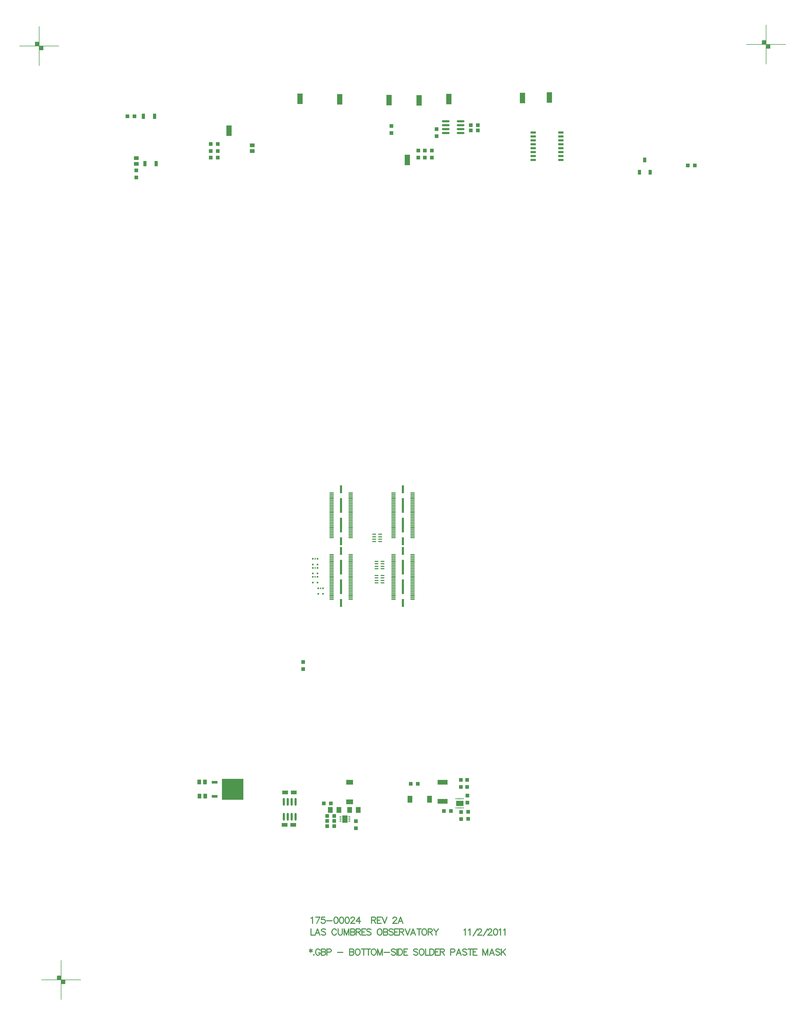
<source format=gbp>
%FSLAX23Y23*%
%MOIN*%
G70*
G01*
G75*
G04 Layer_Color=128*
%ADD10R,0.035X0.037*%
%ADD11R,0.035X0.037*%
%ADD12O,0.079X0.024*%
%ADD13R,0.036X0.028*%
%ADD14R,0.036X0.036*%
%ADD15R,0.050X0.050*%
%ADD16O,0.028X0.098*%
%ADD17R,0.126X0.071*%
%ADD18R,0.050X0.050*%
%ADD19C,0.010*%
%ADD20C,0.050*%
%ADD21C,0.008*%
%ADD22C,0.005*%
%ADD23C,0.012*%
%ADD24C,0.006*%
%ADD25C,0.012*%
%ADD26C,0.012*%
%ADD27C,0.079*%
%ADD28C,0.157*%
%ADD29C,0.020*%
%ADD30C,0.039*%
%ADD31C,0.220*%
%ADD32C,0.085*%
%ADD33C,0.055*%
%ADD34C,0.116*%
%ADD35R,0.055X0.055*%
%ADD36R,0.098X0.098*%
%ADD37C,0.098*%
%ADD38C,0.059*%
%ADD39C,0.080*%
%ADD40C,0.065*%
%ADD41C,0.055*%
%ADD42R,0.098X0.098*%
%ADD43R,0.059X0.059*%
%ADD44R,0.070X0.070*%
%ADD45C,0.070*%
%ADD46C,0.040*%
%ADD47C,0.110*%
%ADD48C,0.217*%
%ADD49C,0.200*%
%ADD50C,0.026*%
%ADD51C,0.050*%
%ADD52C,0.024*%
%ADD53C,0.025*%
%ADD54C,0.040*%
%ADD55C,0.076*%
%ADD56C,0.131*%
%ADD57C,0.080*%
%ADD58C,0.206*%
%ADD59C,0.102*%
%ADD60C,0.075*%
%ADD61C,0.168*%
%ADD62C,0.091*%
%ADD63C,0.138*%
%ADD64C,0.092*%
G04:AMPARAMS|DCode=65|XSize=100mil|YSize=100mil|CornerRadius=0mil|HoleSize=0mil|Usage=FLASHONLY|Rotation=0.000|XOffset=0mil|YOffset=0mil|HoleType=Round|Shape=Relief|Width=10mil|Gap=10mil|Entries=4|*
%AMTHD65*
7,0,0,0.100,0.080,0.010,45*
%
%ADD65THD65*%
%ADD66C,0.073*%
%ADD67C,0.099*%
%ADD68C,0.075*%
%ADD69C,0.168*%
%ADD70C,0.053*%
%ADD71C,0.068*%
G04:AMPARAMS|DCode=72|XSize=70mil|YSize=70mil|CornerRadius=0mil|HoleSize=0mil|Usage=FLASHONLY|Rotation=0.000|XOffset=0mil|YOffset=0mil|HoleType=Round|Shape=Relief|Width=10mil|Gap=10mil|Entries=4|*
%AMTHD72*
7,0,0,0.070,0.050,0.010,45*
%
%ADD72THD72*%
G04:AMPARAMS|DCode=73|XSize=111.181mil|YSize=111.181mil|CornerRadius=0mil|HoleSize=0mil|Usage=FLASHONLY|Rotation=0.000|XOffset=0mil|YOffset=0mil|HoleType=Round|Shape=Relief|Width=30mil|Gap=10mil|Entries=4|*
%AMTHD73*
7,0,0,0.111,0.091,0.030,45*
%
%ADD73THD73*%
G04:AMPARAMS|DCode=74|XSize=112mil|YSize=112mil|CornerRadius=0mil|HoleSize=0mil|Usage=FLASHONLY|Rotation=0.000|XOffset=0mil|YOffset=0mil|HoleType=Round|Shape=Relief|Width=30mil|Gap=10mil|Entries=4|*
%AMTHD74*
7,0,0,0.112,0.092,0.030,45*
%
%ADD74THD74*%
G04:AMPARAMS|DCode=75|XSize=119.055mil|YSize=119.055mil|CornerRadius=0mil|HoleSize=0mil|Usage=FLASHONLY|Rotation=0.000|XOffset=0mil|YOffset=0mil|HoleType=Round|Shape=Relief|Width=30mil|Gap=10mil|Entries=4|*
%AMTHD75*
7,0,0,0.119,0.099,0.030,45*
%
%ADD75THD75*%
G04:AMPARAMS|DCode=76|XSize=100mil|YSize=100mil|CornerRadius=0mil|HoleSize=0mil|Usage=FLASHONLY|Rotation=0.000|XOffset=0mil|YOffset=0mil|HoleType=Round|Shape=Relief|Width=30mil|Gap=10mil|Entries=4|*
%AMTHD76*
7,0,0,0.100,0.080,0.030,45*
%
%ADD76THD76*%
G04:AMPARAMS|DCode=77|XSize=130mil|YSize=130mil|CornerRadius=0mil|HoleSize=0mil|Usage=FLASHONLY|Rotation=0.000|XOffset=0mil|YOffset=0mil|HoleType=Round|Shape=Relief|Width=30mil|Gap=10mil|Entries=4|*
%AMTHD77*
7,0,0,0.130,0.110,0.030,45*
%
%ADD77THD77*%
G04:AMPARAMS|DCode=78|XSize=88mil|YSize=88mil|CornerRadius=0mil|HoleSize=0mil|Usage=FLASHONLY|Rotation=0.000|XOffset=0mil|YOffset=0mil|HoleType=Round|Shape=Relief|Width=30mil|Gap=10mil|Entries=4|*
%AMTHD78*
7,0,0,0.088,0.068,0.030,45*
%
%ADD78THD78*%
G04:AMPARAMS|DCode=79|XSize=70mil|YSize=70mil|CornerRadius=0mil|HoleSize=0mil|Usage=FLASHONLY|Rotation=0.000|XOffset=0mil|YOffset=0mil|HoleType=Round|Shape=Relief|Width=30mil|Gap=10mil|Entries=4|*
%AMTHD79*
7,0,0,0.070,0.050,0.030,45*
%
%ADD79THD79*%
G04:AMPARAMS|DCode=80|XSize=96.221mil|YSize=96.221mil|CornerRadius=0mil|HoleSize=0mil|Usage=FLASHONLY|Rotation=0.000|XOffset=0mil|YOffset=0mil|HoleType=Round|Shape=Relief|Width=10mil|Gap=10mil|Entries=4|*
%AMTHD80*
7,0,0,0.096,0.076,0.010,45*
%
%ADD80THD80*%
G04:AMPARAMS|DCode=81|XSize=150.551mil|YSize=150.551mil|CornerRadius=0mil|HoleSize=0mil|Usage=FLASHONLY|Rotation=0.000|XOffset=0mil|YOffset=0mil|HoleType=Round|Shape=Relief|Width=10mil|Gap=10mil|Entries=4|*
%AMTHD81*
7,0,0,0.151,0.131,0.010,45*
%
%ADD81THD81*%
G04:AMPARAMS|DCode=82|XSize=122mil|YSize=122mil|CornerRadius=0mil|HoleSize=0mil|Usage=FLASHONLY|Rotation=0.000|XOffset=0mil|YOffset=0mil|HoleType=Round|Shape=Relief|Width=10mil|Gap=10mil|Entries=4|*
%AMTHD82*
7,0,0,0.122,0.102,0.010,45*
%
%ADD82THD82*%
G04:AMPARAMS|DCode=83|XSize=95mil|YSize=95mil|CornerRadius=0mil|HoleSize=0mil|Usage=FLASHONLY|Rotation=0.000|XOffset=0mil|YOffset=0mil|HoleType=Round|Shape=Relief|Width=10mil|Gap=10mil|Entries=4|*
%AMTHD83*
7,0,0,0.095,0.075,0.010,45*
%
%ADD83THD83*%
G04:AMPARAMS|DCode=84|XSize=112mil|YSize=112mil|CornerRadius=0mil|HoleSize=0mil|Usage=FLASHONLY|Rotation=0.000|XOffset=0mil|YOffset=0mil|HoleType=Round|Shape=Relief|Width=10mil|Gap=10mil|Entries=4|*
%AMTHD84*
7,0,0,0.112,0.092,0.010,45*
%
%ADD84THD84*%
G04:AMPARAMS|DCode=85|XSize=93.465mil|YSize=93.465mil|CornerRadius=0mil|HoleSize=0mil|Usage=FLASHONLY|Rotation=0.000|XOffset=0mil|YOffset=0mil|HoleType=Round|Shape=Relief|Width=10mil|Gap=10mil|Entries=4|*
%AMTHD85*
7,0,0,0.093,0.073,0.010,45*
%
%ADD85THD85*%
G04:AMPARAMS|DCode=86|XSize=95.433mil|YSize=95.433mil|CornerRadius=0mil|HoleSize=0mil|Usage=FLASHONLY|Rotation=0.000|XOffset=0mil|YOffset=0mil|HoleType=Round|Shape=Relief|Width=10mil|Gap=10mil|Entries=4|*
%AMTHD86*
7,0,0,0.095,0.075,0.010,45*
%
%ADD86THD86*%
G04:AMPARAMS|DCode=87|XSize=72.992mil|YSize=72.992mil|CornerRadius=0mil|HoleSize=0mil|Usage=FLASHONLY|Rotation=0.000|XOffset=0mil|YOffset=0mil|HoleType=Round|Shape=Relief|Width=10mil|Gap=10mil|Entries=4|*
%AMTHD87*
7,0,0,0.073,0.053,0.010,45*
%
%ADD87THD87*%
G04:AMPARAMS|DCode=88|XSize=88mil|YSize=88mil|CornerRadius=0mil|HoleSize=0mil|Usage=FLASHONLY|Rotation=0.000|XOffset=0mil|YOffset=0mil|HoleType=Round|Shape=Relief|Width=10mil|Gap=10mil|Entries=4|*
%AMTHD88*
7,0,0,0.088,0.068,0.010,45*
%
%ADD88THD88*%
%ADD89R,0.272X0.268*%
%ADD90R,0.075X0.037*%
%ADD91R,0.025X0.100*%
%ADD92R,0.057X0.012*%
%ADD93R,0.025X0.185*%
%ADD94R,0.020X0.020*%
%ADD95R,0.016X0.020*%
%ADD96R,0.070X0.135*%
%ADD97R,0.078X0.048*%
%ADD98R,0.063X0.075*%
%ADD99R,0.045X0.017*%
%ADD100R,0.059X0.087*%
%ADD101R,0.126X0.060*%
%ADD102O,0.027X0.010*%
%ADD103R,0.065X0.094*%
%ADD104O,0.010X0.024*%
%ADD105R,0.094X0.065*%
%ADD106R,0.039X0.059*%
%ADD107R,0.040X0.067*%
%ADD108R,0.059X0.051*%
%ADD109R,0.070X0.025*%
%ADD110O,0.098X0.028*%
%ADD111R,0.051X0.059*%
%ADD112R,0.087X0.059*%
%ADD113C,0.020*%
%ADD114C,0.030*%
%ADD115C,0.010*%
%ADD116C,0.010*%
%ADD117C,0.008*%
%ADD118C,0.007*%
%ADD119R,0.384X0.322*%
%ADD120R,0.043X0.045*%
%ADD121R,0.043X0.045*%
%ADD122O,0.087X0.032*%
%ADD123R,0.044X0.036*%
%ADD124R,0.044X0.044*%
%ADD125R,0.058X0.058*%
%ADD126O,0.036X0.106*%
%ADD127R,0.134X0.079*%
%ADD128R,0.058X0.058*%
%ADD129C,0.087*%
%ADD130C,0.165*%
%ADD131C,0.028*%
%ADD132C,0.047*%
%ADD133C,0.228*%
%ADD134C,0.093*%
%ADD135C,0.063*%
%ADD136C,0.124*%
%ADD137R,0.063X0.063*%
%ADD138R,0.106X0.106*%
%ADD139C,0.106*%
%ADD140C,0.067*%
%ADD141C,0.088*%
%ADD142C,0.073*%
%ADD143C,0.063*%
%ADD144R,0.106X0.106*%
%ADD145R,0.067X0.067*%
%ADD146R,0.078X0.078*%
%ADD147C,0.078*%
%ADD148C,0.048*%
%ADD149C,0.118*%
%ADD150C,0.225*%
%ADD151C,0.208*%
%ADD152C,0.058*%
%ADD153C,0.032*%
%ADD154R,2.051X0.460*%
%ADD155R,0.280X0.276*%
%ADD156R,0.083X0.045*%
%ADD157R,0.033X0.108*%
%ADD158R,0.061X0.016*%
%ADD159R,0.033X0.193*%
%ADD160R,0.028X0.028*%
%ADD161R,0.024X0.028*%
%ADD162R,0.078X0.143*%
%ADD163R,0.086X0.056*%
%ADD164R,0.071X0.083*%
%ADD165R,0.053X0.025*%
%ADD166R,0.067X0.095*%
%ADD167R,0.134X0.068*%
%ADD168O,0.035X0.018*%
%ADD169R,0.073X0.102*%
%ADD170O,0.018X0.032*%
%ADD171R,0.102X0.073*%
%ADD172R,0.047X0.067*%
%ADD173R,0.048X0.075*%
%ADD174R,0.067X0.059*%
%ADD175R,0.078X0.033*%
%ADD176O,0.106X0.036*%
%ADD177R,0.059X0.067*%
%ADD178R,0.095X0.067*%
%ADD179C,0.034*%
D15*
X33164Y27458D02*
D03*
Y27368D02*
D03*
X33738Y27420D02*
D03*
Y27330D02*
D03*
X33590Y27144D02*
D03*
Y27054D02*
D03*
X33680D02*
D03*
Y27144D02*
D03*
X33505Y27054D02*
D03*
Y27144D02*
D03*
X32708Y18501D02*
D03*
Y18591D02*
D03*
X34134Y18828D02*
D03*
Y18918D02*
D03*
X34144Y18623D02*
D03*
Y18713D02*
D03*
X34054Y18708D02*
D03*
Y18618D02*
D03*
X34129Y19118D02*
D03*
Y19028D02*
D03*
X34049Y19118D02*
D03*
Y19028D02*
D03*
X29907Y26893D02*
D03*
Y26803D02*
D03*
X32037Y20533D02*
D03*
Y20623D02*
D03*
D16*
X31790Y18840D02*
D03*
X31840D02*
D03*
X31890D02*
D03*
X31940D02*
D03*
X31790Y18647D02*
D03*
X31840D02*
D03*
X31890D02*
D03*
X31940D02*
D03*
D18*
X34176Y27403D02*
D03*
X34266D02*
D03*
X34267Y27468D02*
D03*
X34177D02*
D03*
X30856Y27140D02*
D03*
X30946D02*
D03*
Y27055D02*
D03*
X30856D02*
D03*
X30946Y27230D02*
D03*
X30856D02*
D03*
X32344Y18594D02*
D03*
X32434D02*
D03*
X32299Y18819D02*
D03*
X32389D02*
D03*
X32434Y18659D02*
D03*
X32344D02*
D03*
X32434Y18529D02*
D03*
X32344D02*
D03*
X33499Y19068D02*
D03*
X33409D02*
D03*
X33834Y18723D02*
D03*
X33924D02*
D03*
X29883Y27582D02*
D03*
X29793D02*
D03*
X37037Y26956D02*
D03*
X36947D02*
D03*
D21*
X28695Y16570D02*
X29195D01*
X28945Y16320D02*
Y16820D01*
X28995Y16520D02*
Y16570D01*
X28945Y16520D02*
X28995D01*
X28895Y16570D02*
Y16620D01*
X28945D01*
X28900Y16575D02*
X28940D01*
X28900D02*
Y16615D01*
X28940D01*
Y16575D02*
Y16615D01*
X28905Y16580D02*
X28935D01*
X28905D02*
Y16610D01*
X28935D01*
Y16585D02*
Y16610D01*
X28910Y16585D02*
X28930D01*
X28910D02*
Y16605D01*
X28930D01*
Y16590D02*
Y16605D01*
X28915Y16590D02*
X28925D01*
X28915D02*
Y16600D01*
X28925D01*
Y16590D02*
Y16600D01*
X28915Y16595D02*
X28925D01*
X28950Y16525D02*
X28990D01*
X28950D02*
Y16565D01*
X28990D01*
Y16525D02*
Y16565D01*
X28955Y16530D02*
X28985D01*
X28955D02*
Y16560D01*
X28985D01*
Y16535D02*
Y16560D01*
X28960Y16535D02*
X28980D01*
X28960D02*
Y16555D01*
X28980D01*
Y16540D02*
Y16555D01*
X28965Y16540D02*
X28975D01*
X28965D02*
Y16550D01*
X28975D01*
Y16540D02*
Y16550D01*
X28965Y16545D02*
X28975D01*
X28415Y28480D02*
X28915D01*
X28665Y28230D02*
Y28730D01*
X28715Y28430D02*
Y28480D01*
X28665Y28430D02*
X28715D01*
X28615Y28480D02*
Y28530D01*
X28665D01*
X28620Y28485D02*
X28660D01*
X28620D02*
Y28525D01*
X28660D01*
Y28485D02*
Y28525D01*
X28625Y28490D02*
X28655D01*
X28625D02*
Y28520D01*
X28655D01*
Y28495D02*
Y28520D01*
X28630Y28495D02*
X28650D01*
X28630D02*
Y28515D01*
X28650D01*
Y28500D02*
Y28515D01*
X28635Y28500D02*
X28645D01*
X28635D02*
Y28510D01*
X28645D01*
Y28500D02*
Y28510D01*
X28635Y28505D02*
X28645D01*
X28670Y28435D02*
X28710D01*
X28670D02*
Y28475D01*
X28710D01*
Y28435D02*
Y28475D01*
X28675Y28440D02*
X28705D01*
X28675D02*
Y28470D01*
X28705D01*
Y28445D02*
Y28470D01*
X28680Y28445D02*
X28700D01*
X28680D02*
Y28465D01*
X28700D01*
Y28450D02*
Y28465D01*
X28685Y28450D02*
X28695D01*
X28685D02*
Y28460D01*
X28695D01*
Y28450D02*
Y28460D01*
X28685Y28455D02*
X28695D01*
X37695Y28500D02*
X38195D01*
X37945Y28250D02*
Y28750D01*
X37995Y28450D02*
Y28500D01*
X37945Y28450D02*
X37995D01*
X37895Y28500D02*
Y28550D01*
X37945D01*
X37900Y28505D02*
X37940D01*
X37900D02*
Y28545D01*
X37940D01*
Y28505D02*
Y28545D01*
X37905Y28510D02*
X37935D01*
X37905D02*
Y28540D01*
X37935D01*
Y28515D02*
Y28540D01*
X37910Y28515D02*
X37930D01*
X37910D02*
Y28535D01*
X37930D01*
Y28520D02*
Y28535D01*
X37915Y28520D02*
X37925D01*
X37915D02*
Y28530D01*
X37925D01*
Y28520D02*
Y28530D01*
X37915Y28525D02*
X37925D01*
X37950Y28455D02*
X37990D01*
X37950D02*
Y28495D01*
X37990D01*
Y28455D02*
Y28495D01*
X37955Y28460D02*
X37985D01*
X37955D02*
Y28490D01*
X37985D01*
Y28465D02*
Y28490D01*
X37960Y28465D02*
X37980D01*
X37960D02*
Y28485D01*
X37980D01*
Y28470D02*
Y28485D01*
X37965Y28470D02*
X37975D01*
X37965D02*
Y28480D01*
X37975D01*
Y28470D02*
Y28480D01*
X37965Y28475D02*
X37975D01*
D23*
X32134Y16963D02*
Y16917D01*
X32115Y16952D02*
X32153Y16929D01*
Y16952D02*
X32115Y16929D01*
X32173Y16891D02*
X32169Y16887D01*
X32173Y16883D01*
X32177Y16887D01*
X32173Y16891D01*
X32252Y16944D02*
X32248Y16952D01*
X32240Y16959D01*
X32233Y16963D01*
X32217D01*
X32210Y16959D01*
X32202Y16952D01*
X32198Y16944D01*
X32195Y16933D01*
Y16913D01*
X32198Y16902D01*
X32202Y16894D01*
X32210Y16887D01*
X32217Y16883D01*
X32233D01*
X32240Y16887D01*
X32248Y16894D01*
X32252Y16902D01*
Y16913D01*
X32233D02*
X32252D01*
X32270Y16963D02*
Y16883D01*
Y16963D02*
X32304D01*
X32316Y16959D01*
X32320Y16955D01*
X32323Y16948D01*
Y16940D01*
X32320Y16933D01*
X32316Y16929D01*
X32304Y16925D01*
X32270D02*
X32304D01*
X32316Y16921D01*
X32320Y16917D01*
X32323Y16910D01*
Y16898D01*
X32320Y16891D01*
X32316Y16887D01*
X32304Y16883D01*
X32270D01*
X32341Y16921D02*
X32376D01*
X32387Y16925D01*
X32391Y16929D01*
X32395Y16936D01*
Y16948D01*
X32391Y16955D01*
X32387Y16959D01*
X32376Y16963D01*
X32341D01*
Y16883D01*
X32475Y16917D02*
X32544D01*
X32630Y16963D02*
Y16883D01*
Y16963D02*
X32665D01*
X32676Y16959D01*
X32680Y16955D01*
X32684Y16948D01*
Y16940D01*
X32680Y16933D01*
X32676Y16929D01*
X32665Y16925D01*
X32630D02*
X32665D01*
X32676Y16921D01*
X32680Y16917D01*
X32684Y16910D01*
Y16898D01*
X32680Y16891D01*
X32676Y16887D01*
X32665Y16883D01*
X32630D01*
X32724Y16963D02*
X32717Y16959D01*
X32709Y16952D01*
X32705Y16944D01*
X32702Y16933D01*
Y16913D01*
X32705Y16902D01*
X32709Y16894D01*
X32717Y16887D01*
X32724Y16883D01*
X32740D01*
X32747Y16887D01*
X32755Y16894D01*
X32759Y16902D01*
X32762Y16913D01*
Y16933D01*
X32759Y16944D01*
X32755Y16952D01*
X32747Y16959D01*
X32740Y16963D01*
X32724D01*
X32808D02*
Y16883D01*
X32781Y16963D02*
X32834D01*
X32871D02*
Y16883D01*
X32844Y16963D02*
X32897D01*
X32930D02*
X32922Y16959D01*
X32914Y16952D01*
X32911Y16944D01*
X32907Y16933D01*
Y16913D01*
X32911Y16902D01*
X32914Y16894D01*
X32922Y16887D01*
X32930Y16883D01*
X32945D01*
X32953Y16887D01*
X32960Y16894D01*
X32964Y16902D01*
X32968Y16913D01*
Y16933D01*
X32964Y16944D01*
X32960Y16952D01*
X32953Y16959D01*
X32945Y16963D01*
X32930D01*
X32986D02*
Y16883D01*
Y16963D02*
X33017Y16883D01*
X33047Y16963D02*
X33017Y16883D01*
X33047Y16963D02*
Y16883D01*
X33070Y16917D02*
X33139D01*
X33216Y16952D02*
X33208Y16959D01*
X33197Y16963D01*
X33181D01*
X33170Y16959D01*
X33162Y16952D01*
Y16944D01*
X33166Y16936D01*
X33170Y16933D01*
X33178Y16929D01*
X33200Y16921D01*
X33208Y16917D01*
X33212Y16913D01*
X33216Y16906D01*
Y16894D01*
X33208Y16887D01*
X33197Y16883D01*
X33181D01*
X33170Y16887D01*
X33162Y16894D01*
X33234Y16963D02*
Y16883D01*
X33250Y16963D02*
Y16883D01*
Y16963D02*
X33277D01*
X33288Y16959D01*
X33296Y16952D01*
X33300Y16944D01*
X33304Y16933D01*
Y16913D01*
X33300Y16902D01*
X33296Y16894D01*
X33288Y16887D01*
X33277Y16883D01*
X33250D01*
X33371Y16963D02*
X33322D01*
Y16883D01*
X33371D01*
X33322Y16925D02*
X33352D01*
X33501Y16952D02*
X33493Y16959D01*
X33482Y16963D01*
X33466D01*
X33455Y16959D01*
X33447Y16952D01*
Y16944D01*
X33451Y16936D01*
X33455Y16933D01*
X33463Y16929D01*
X33485Y16921D01*
X33493Y16917D01*
X33497Y16913D01*
X33501Y16906D01*
Y16894D01*
X33493Y16887D01*
X33482Y16883D01*
X33466D01*
X33455Y16887D01*
X33447Y16894D01*
X33541Y16963D02*
X33534Y16959D01*
X33526Y16952D01*
X33522Y16944D01*
X33519Y16933D01*
Y16913D01*
X33522Y16902D01*
X33526Y16894D01*
X33534Y16887D01*
X33541Y16883D01*
X33557D01*
X33564Y16887D01*
X33572Y16894D01*
X33576Y16902D01*
X33579Y16913D01*
Y16933D01*
X33576Y16944D01*
X33572Y16952D01*
X33564Y16959D01*
X33557Y16963D01*
X33541D01*
X33598D02*
Y16883D01*
X33644D01*
X33653Y16963D02*
Y16883D01*
Y16963D02*
X33679D01*
X33691Y16959D01*
X33698Y16952D01*
X33702Y16944D01*
X33706Y16933D01*
Y16913D01*
X33702Y16902D01*
X33698Y16894D01*
X33691Y16887D01*
X33679Y16883D01*
X33653D01*
X33773Y16963D02*
X33724D01*
Y16883D01*
X33773D01*
X33724Y16925D02*
X33754D01*
X33787Y16963D02*
Y16883D01*
Y16963D02*
X33821D01*
X33832Y16959D01*
X33836Y16955D01*
X33840Y16948D01*
Y16940D01*
X33836Y16933D01*
X33832Y16929D01*
X33821Y16925D01*
X33787D01*
X33813D02*
X33840Y16883D01*
X33921Y16921D02*
X33955D01*
X33966Y16925D01*
X33970Y16929D01*
X33974Y16936D01*
Y16948D01*
X33970Y16955D01*
X33966Y16959D01*
X33955Y16963D01*
X33921D01*
Y16883D01*
X34053D02*
X34022Y16963D01*
X33992Y16883D01*
X34003Y16910D02*
X34041D01*
X34125Y16952D02*
X34117Y16959D01*
X34106Y16963D01*
X34091D01*
X34079Y16959D01*
X34072Y16952D01*
Y16944D01*
X34075Y16936D01*
X34079Y16933D01*
X34087Y16929D01*
X34110Y16921D01*
X34117Y16917D01*
X34121Y16913D01*
X34125Y16906D01*
Y16894D01*
X34117Y16887D01*
X34106Y16883D01*
X34091D01*
X34079Y16887D01*
X34072Y16894D01*
X34169Y16963D02*
Y16883D01*
X34143Y16963D02*
X34196D01*
X34255D02*
X34206D01*
Y16883D01*
X34255D01*
X34206Y16925D02*
X34236D01*
X34331Y16963D02*
Y16883D01*
Y16963D02*
X34362Y16883D01*
X34392Y16963D02*
X34362Y16883D01*
X34392Y16963D02*
Y16883D01*
X34476D02*
X34446Y16963D01*
X34415Y16883D01*
X34426Y16910D02*
X34465D01*
X34548Y16952D02*
X34540Y16959D01*
X34529Y16963D01*
X34514D01*
X34502Y16959D01*
X34495Y16952D01*
Y16944D01*
X34498Y16936D01*
X34502Y16933D01*
X34510Y16929D01*
X34533Y16921D01*
X34540Y16917D01*
X34544Y16913D01*
X34548Y16906D01*
Y16894D01*
X34540Y16887D01*
X34529Y16883D01*
X34514D01*
X34502Y16887D01*
X34495Y16894D01*
X34566Y16963D02*
Y16883D01*
X34619Y16963D02*
X34566Y16910D01*
X34585Y16929D02*
X34619Y16883D01*
X32136Y17353D02*
X32144Y17357D01*
X32155Y17369D01*
Y17289D01*
X32248Y17369D02*
X32210Y17289D01*
X32195Y17369D02*
X32248D01*
X32312D02*
X32274D01*
X32270Y17334D01*
X32274Y17338D01*
X32285Y17342D01*
X32296D01*
X32308Y17338D01*
X32315Y17330D01*
X32319Y17319D01*
Y17311D01*
X32315Y17300D01*
X32308Y17292D01*
X32296Y17289D01*
X32285D01*
X32274Y17292D01*
X32270Y17296D01*
X32266Y17304D01*
X32337Y17323D02*
X32406D01*
X32452Y17369D02*
X32441Y17365D01*
X32433Y17353D01*
X32429Y17334D01*
Y17323D01*
X32433Y17304D01*
X32441Y17292D01*
X32452Y17289D01*
X32460D01*
X32471Y17292D01*
X32479Y17304D01*
X32483Y17323D01*
Y17334D01*
X32479Y17353D01*
X32471Y17365D01*
X32460Y17369D01*
X32452D01*
X32523D02*
X32512Y17365D01*
X32504Y17353D01*
X32501Y17334D01*
Y17323D01*
X32504Y17304D01*
X32512Y17292D01*
X32523Y17289D01*
X32531D01*
X32542Y17292D01*
X32550Y17304D01*
X32554Y17323D01*
Y17334D01*
X32550Y17353D01*
X32542Y17365D01*
X32531Y17369D01*
X32523D01*
X32595D02*
X32583Y17365D01*
X32576Y17353D01*
X32572Y17334D01*
Y17323D01*
X32576Y17304D01*
X32583Y17292D01*
X32595Y17289D01*
X32602D01*
X32614Y17292D01*
X32621Y17304D01*
X32625Y17323D01*
Y17334D01*
X32621Y17353D01*
X32614Y17365D01*
X32602Y17369D01*
X32595D01*
X32647Y17350D02*
Y17353D01*
X32651Y17361D01*
X32654Y17365D01*
X32662Y17369D01*
X32677D01*
X32685Y17365D01*
X32689Y17361D01*
X32692Y17353D01*
Y17346D01*
X32689Y17338D01*
X32681Y17327D01*
X32643Y17289D01*
X32696D01*
X32752Y17369D02*
X32714Y17315D01*
X32771D01*
X32752Y17369D02*
Y17289D01*
X32911Y17369D02*
Y17289D01*
Y17369D02*
X32945D01*
X32957Y17365D01*
X32961Y17361D01*
X32964Y17353D01*
Y17346D01*
X32961Y17338D01*
X32957Y17334D01*
X32945Y17330D01*
X32911D01*
X32938D02*
X32964Y17289D01*
X33032Y17369D02*
X32982D01*
Y17289D01*
X33032D01*
X32982Y17330D02*
X33013D01*
X33045Y17369D02*
X33076Y17289D01*
X33106Y17369D02*
X33076Y17289D01*
X33183Y17350D02*
Y17353D01*
X33187Y17361D01*
X33191Y17365D01*
X33198Y17369D01*
X33214D01*
X33221Y17365D01*
X33225Y17361D01*
X33229Y17353D01*
Y17346D01*
X33225Y17338D01*
X33217Y17327D01*
X33179Y17289D01*
X33233D01*
X33311D02*
X33281Y17369D01*
X33250Y17289D01*
X33262Y17315D02*
X33300D01*
D26*
X32136Y17219D02*
Y17139D01*
X32182D01*
X32251D02*
X32221Y17219D01*
X32190Y17139D01*
X32202Y17165D02*
X32240D01*
X32323Y17207D02*
X32316Y17215D01*
X32304Y17219D01*
X32289D01*
X32278Y17215D01*
X32270Y17207D01*
Y17200D01*
X32274Y17192D01*
X32278Y17188D01*
X32285Y17184D01*
X32308Y17177D01*
X32316Y17173D01*
X32320Y17169D01*
X32323Y17161D01*
Y17150D01*
X32316Y17142D01*
X32304Y17139D01*
X32289D01*
X32278Y17142D01*
X32270Y17150D01*
X32461Y17200D02*
X32457Y17207D01*
X32450Y17215D01*
X32442Y17219D01*
X32427D01*
X32419Y17215D01*
X32412Y17207D01*
X32408Y17200D01*
X32404Y17188D01*
Y17169D01*
X32408Y17158D01*
X32412Y17150D01*
X32419Y17142D01*
X32427Y17139D01*
X32442D01*
X32450Y17142D01*
X32457Y17150D01*
X32461Y17158D01*
X32484Y17219D02*
Y17161D01*
X32488Y17150D01*
X32495Y17142D01*
X32507Y17139D01*
X32514D01*
X32526Y17142D01*
X32533Y17150D01*
X32537Y17161D01*
Y17219D01*
X32559D02*
Y17139D01*
Y17219D02*
X32590Y17139D01*
X32620Y17219D02*
X32590Y17139D01*
X32620Y17219D02*
Y17139D01*
X32643Y17219D02*
Y17139D01*
Y17219D02*
X32677D01*
X32689Y17215D01*
X32692Y17211D01*
X32696Y17203D01*
Y17196D01*
X32692Y17188D01*
X32689Y17184D01*
X32677Y17180D01*
X32643D02*
X32677D01*
X32689Y17177D01*
X32692Y17173D01*
X32696Y17165D01*
Y17154D01*
X32692Y17146D01*
X32689Y17142D01*
X32677Y17139D01*
X32643D01*
X32714Y17219D02*
Y17139D01*
Y17219D02*
X32748D01*
X32760Y17215D01*
X32764Y17211D01*
X32768Y17203D01*
Y17196D01*
X32764Y17188D01*
X32760Y17184D01*
X32748Y17180D01*
X32714D01*
X32741D02*
X32768Y17139D01*
X32835Y17219D02*
X32785D01*
Y17139D01*
X32835D01*
X32785Y17180D02*
X32816D01*
X32902Y17207D02*
X32894Y17215D01*
X32883Y17219D01*
X32867D01*
X32856Y17215D01*
X32848Y17207D01*
Y17200D01*
X32852Y17192D01*
X32856Y17188D01*
X32863Y17184D01*
X32886Y17177D01*
X32894Y17173D01*
X32898Y17169D01*
X32902Y17161D01*
Y17150D01*
X32894Y17142D01*
X32883Y17139D01*
X32867D01*
X32856Y17142D01*
X32848Y17150D01*
X33005Y17219D02*
X32998Y17215D01*
X32990Y17207D01*
X32986Y17200D01*
X32982Y17188D01*
Y17169D01*
X32986Y17158D01*
X32990Y17150D01*
X32998Y17142D01*
X33005Y17139D01*
X33020D01*
X33028Y17142D01*
X33036Y17150D01*
X33039Y17158D01*
X33043Y17169D01*
Y17188D01*
X33039Y17200D01*
X33036Y17207D01*
X33028Y17215D01*
X33020Y17219D01*
X33005D01*
X33062D02*
Y17139D01*
Y17219D02*
X33096D01*
X33108Y17215D01*
X33111Y17211D01*
X33115Y17203D01*
Y17196D01*
X33111Y17188D01*
X33108Y17184D01*
X33096Y17180D01*
X33062D02*
X33096D01*
X33108Y17177D01*
X33111Y17173D01*
X33115Y17165D01*
Y17154D01*
X33111Y17146D01*
X33108Y17142D01*
X33096Y17139D01*
X33062D01*
X33186Y17207D02*
X33179Y17215D01*
X33167Y17219D01*
X33152D01*
X33141Y17215D01*
X33133Y17207D01*
Y17200D01*
X33137Y17192D01*
X33141Y17188D01*
X33148Y17184D01*
X33171Y17177D01*
X33179Y17173D01*
X33183Y17169D01*
X33186Y17161D01*
Y17150D01*
X33179Y17142D01*
X33167Y17139D01*
X33152D01*
X33141Y17142D01*
X33133Y17150D01*
X33254Y17219D02*
X33204D01*
Y17139D01*
X33254D01*
X33204Y17180D02*
X33235D01*
X33267Y17219D02*
Y17139D01*
Y17219D02*
X33301D01*
X33313Y17215D01*
X33317Y17211D01*
X33321Y17203D01*
Y17196D01*
X33317Y17188D01*
X33313Y17184D01*
X33301Y17180D01*
X33267D01*
X33294D02*
X33321Y17139D01*
X33338Y17219D02*
X33369Y17139D01*
X33399Y17219D02*
X33369Y17139D01*
X33471D02*
X33440Y17219D01*
X33410Y17139D01*
X33421Y17165D02*
X33459D01*
X33516Y17219D02*
Y17139D01*
X33489Y17219D02*
X33543D01*
X33575D02*
X33567Y17215D01*
X33560Y17207D01*
X33556Y17200D01*
X33552Y17188D01*
Y17169D01*
X33556Y17158D01*
X33560Y17150D01*
X33567Y17142D01*
X33575Y17139D01*
X33590D01*
X33598Y17142D01*
X33605Y17150D01*
X33609Y17158D01*
X33613Y17169D01*
Y17188D01*
X33609Y17200D01*
X33605Y17207D01*
X33598Y17215D01*
X33590Y17219D01*
X33575D01*
X33632D02*
Y17139D01*
Y17219D02*
X33666D01*
X33677Y17215D01*
X33681Y17211D01*
X33685Y17203D01*
Y17196D01*
X33681Y17188D01*
X33677Y17184D01*
X33666Y17180D01*
X33632D01*
X33658D02*
X33685Y17139D01*
X33703Y17219D02*
X33733Y17180D01*
Y17139D01*
X33764Y17219D02*
X33733Y17180D01*
X34088Y17203D02*
X34096Y17207D01*
X34107Y17219D01*
Y17139D01*
X34147Y17203D02*
X34155Y17207D01*
X34166Y17219D01*
Y17139D01*
X34206Y17127D02*
X34259Y17219D01*
X34268Y17200D02*
Y17203D01*
X34272Y17211D01*
X34276Y17215D01*
X34283Y17219D01*
X34299D01*
X34306Y17215D01*
X34310Y17211D01*
X34314Y17203D01*
Y17196D01*
X34310Y17188D01*
X34302Y17177D01*
X34264Y17139D01*
X34318D01*
X34336Y17127D02*
X34389Y17219D01*
X34398Y17200D02*
Y17203D01*
X34402Y17211D01*
X34406Y17215D01*
X34413Y17219D01*
X34428D01*
X34436Y17215D01*
X34440Y17211D01*
X34444Y17203D01*
Y17196D01*
X34440Y17188D01*
X34432Y17177D01*
X34394Y17139D01*
X34448D01*
X34488Y17219D02*
X34477Y17215D01*
X34469Y17203D01*
X34465Y17184D01*
Y17173D01*
X34469Y17154D01*
X34477Y17142D01*
X34488Y17139D01*
X34496D01*
X34507Y17142D01*
X34515Y17154D01*
X34519Y17173D01*
Y17184D01*
X34515Y17203D01*
X34507Y17215D01*
X34496Y17219D01*
X34488D01*
X34537Y17203D02*
X34544Y17207D01*
X34556Y17219D01*
Y17139D01*
X34595Y17203D02*
X34603Y17207D01*
X34614Y17219D01*
Y17139D01*
D89*
X31137Y19000D02*
D03*
D90*
X30907Y19090D02*
D03*
Y18910D02*
D03*
D91*
X32521Y22039D02*
D03*
Y22162D02*
D03*
Y22826D02*
D03*
X32521Y21374D02*
D03*
X33311Y22039D02*
D03*
Y22162D02*
D03*
Y22826D02*
D03*
Y21374D02*
D03*
D92*
X32399Y22779D02*
D03*
Y22760D02*
D03*
Y22740D02*
D03*
Y22720D02*
D03*
Y22701D02*
D03*
Y22681D02*
D03*
Y22661D02*
D03*
Y22642D02*
D03*
Y22622D02*
D03*
Y22602D02*
D03*
Y22583D02*
D03*
Y22563D02*
D03*
Y22543D02*
D03*
Y22524D02*
D03*
Y22504D02*
D03*
Y22484D02*
D03*
Y22464D02*
D03*
Y22445D02*
D03*
Y22425D02*
D03*
Y22405D02*
D03*
Y22386D02*
D03*
Y22366D02*
D03*
Y22346D02*
D03*
Y22327D02*
D03*
Y22307D02*
D03*
Y22287D02*
D03*
Y22268D02*
D03*
Y22248D02*
D03*
Y22228D02*
D03*
Y22209D02*
D03*
Y21992D02*
D03*
Y21972D02*
D03*
Y21953D02*
D03*
Y21933D02*
D03*
Y21913D02*
D03*
Y21894D02*
D03*
Y21874D02*
D03*
Y21854D02*
D03*
Y21835D02*
D03*
Y21815D02*
D03*
Y21795D02*
D03*
Y21775D02*
D03*
Y21756D02*
D03*
Y21736D02*
D03*
Y21716D02*
D03*
Y21697D02*
D03*
Y21677D02*
D03*
Y21657D02*
D03*
Y21638D02*
D03*
X32399Y21618D02*
D03*
X32399Y21598D02*
D03*
Y21579D02*
D03*
Y21559D02*
D03*
Y21539D02*
D03*
Y21520D02*
D03*
Y21500D02*
D03*
Y21480D02*
D03*
Y21461D02*
D03*
Y21441D02*
D03*
Y21421D02*
D03*
X32642Y22779D02*
D03*
X32642Y22760D02*
D03*
X32642Y22740D02*
D03*
Y22720D02*
D03*
X32642Y22701D02*
D03*
X32642Y22681D02*
D03*
Y22661D02*
D03*
Y22642D02*
D03*
Y22622D02*
D03*
Y22602D02*
D03*
Y22583D02*
D03*
Y22563D02*
D03*
Y22543D02*
D03*
Y22524D02*
D03*
Y22504D02*
D03*
Y22484D02*
D03*
Y22464D02*
D03*
Y22445D02*
D03*
Y22425D02*
D03*
Y22405D02*
D03*
Y22386D02*
D03*
Y22366D02*
D03*
X32642Y22346D02*
D03*
X32642Y22327D02*
D03*
X32642Y22307D02*
D03*
Y22287D02*
D03*
X32642Y22268D02*
D03*
Y22248D02*
D03*
Y22228D02*
D03*
Y22209D02*
D03*
Y21992D02*
D03*
Y21972D02*
D03*
Y21953D02*
D03*
Y21933D02*
D03*
Y21913D02*
D03*
X32642Y21894D02*
D03*
X32642Y21874D02*
D03*
Y21854D02*
D03*
Y21835D02*
D03*
Y21815D02*
D03*
Y21795D02*
D03*
Y21775D02*
D03*
Y21756D02*
D03*
Y21736D02*
D03*
Y21716D02*
D03*
Y21697D02*
D03*
Y21677D02*
D03*
Y21657D02*
D03*
Y21638D02*
D03*
Y21618D02*
D03*
Y21598D02*
D03*
Y21579D02*
D03*
Y21559D02*
D03*
Y21539D02*
D03*
Y21520D02*
D03*
Y21500D02*
D03*
X32642Y21480D02*
D03*
X32642Y21461D02*
D03*
Y21441D02*
D03*
X32642Y21421D02*
D03*
X33189Y22779D02*
D03*
Y22760D02*
D03*
X33189Y22740D02*
D03*
Y22720D02*
D03*
X33189Y22701D02*
D03*
Y22681D02*
D03*
Y22661D02*
D03*
Y22642D02*
D03*
Y22622D02*
D03*
Y22602D02*
D03*
Y22583D02*
D03*
Y22563D02*
D03*
Y22543D02*
D03*
Y22524D02*
D03*
Y22504D02*
D03*
Y22484D02*
D03*
Y22464D02*
D03*
Y22445D02*
D03*
Y22425D02*
D03*
Y22405D02*
D03*
Y22386D02*
D03*
Y22366D02*
D03*
Y22346D02*
D03*
X33189Y22327D02*
D03*
X33189Y22307D02*
D03*
Y22287D02*
D03*
Y22268D02*
D03*
Y22248D02*
D03*
Y22228D02*
D03*
Y22209D02*
D03*
Y21992D02*
D03*
Y21972D02*
D03*
X33189Y21953D02*
D03*
Y21933D02*
D03*
X33189Y21913D02*
D03*
Y21894D02*
D03*
Y21874D02*
D03*
X33189Y21854D02*
D03*
X33189Y21835D02*
D03*
Y21815D02*
D03*
Y21795D02*
D03*
Y21775D02*
D03*
Y21756D02*
D03*
Y21736D02*
D03*
Y21716D02*
D03*
Y21697D02*
D03*
Y21677D02*
D03*
Y21657D02*
D03*
Y21638D02*
D03*
Y21618D02*
D03*
Y21598D02*
D03*
Y21579D02*
D03*
Y21559D02*
D03*
X33189Y21539D02*
D03*
X33189Y21520D02*
D03*
Y21500D02*
D03*
Y21480D02*
D03*
Y21461D02*
D03*
Y21441D02*
D03*
Y21421D02*
D03*
X33433Y22779D02*
D03*
Y22760D02*
D03*
Y22740D02*
D03*
Y22720D02*
D03*
Y22701D02*
D03*
Y22681D02*
D03*
Y22661D02*
D03*
Y22642D02*
D03*
Y22622D02*
D03*
Y22602D02*
D03*
Y22583D02*
D03*
Y22563D02*
D03*
Y22543D02*
D03*
Y22524D02*
D03*
Y22504D02*
D03*
Y22484D02*
D03*
Y22464D02*
D03*
Y22445D02*
D03*
Y22425D02*
D03*
Y22405D02*
D03*
Y22386D02*
D03*
Y22366D02*
D03*
Y22346D02*
D03*
Y22327D02*
D03*
Y22307D02*
D03*
Y22287D02*
D03*
Y22268D02*
D03*
Y22248D02*
D03*
Y22228D02*
D03*
Y22209D02*
D03*
Y21992D02*
D03*
Y21972D02*
D03*
Y21953D02*
D03*
Y21933D02*
D03*
Y21913D02*
D03*
Y21894D02*
D03*
Y21874D02*
D03*
Y21854D02*
D03*
Y21835D02*
D03*
Y21815D02*
D03*
Y21795D02*
D03*
Y21775D02*
D03*
Y21756D02*
D03*
Y21736D02*
D03*
Y21716D02*
D03*
Y21697D02*
D03*
Y21677D02*
D03*
Y21657D02*
D03*
Y21638D02*
D03*
X33433Y21618D02*
D03*
X33433Y21598D02*
D03*
Y21579D02*
D03*
Y21559D02*
D03*
Y21539D02*
D03*
Y21520D02*
D03*
Y21500D02*
D03*
Y21480D02*
D03*
Y21461D02*
D03*
Y21441D02*
D03*
Y21421D02*
D03*
D93*
X32521Y22619D02*
D03*
Y22369D02*
D03*
Y21582D02*
D03*
Y21832D02*
D03*
X33311Y22619D02*
D03*
Y22369D02*
D03*
Y21582D02*
D03*
Y21832D02*
D03*
D94*
X32230Y21491D02*
D03*
X32289D02*
D03*
Y21562D02*
D03*
X32230D02*
D03*
X32160Y21866D02*
D03*
X32219D02*
D03*
Y21937D02*
D03*
X32160D02*
D03*
Y21636D02*
D03*
X32219D02*
D03*
Y21707D02*
D03*
X32160D02*
D03*
Y21751D02*
D03*
X32219D02*
D03*
Y21822D02*
D03*
X32160D02*
D03*
D95*
X32260Y21562D02*
D03*
X32190Y21937D02*
D03*
Y21707D02*
D03*
Y21822D02*
D03*
D96*
X32503Y27799D02*
D03*
X35179Y27823D02*
D03*
X34837Y27816D02*
D03*
X33897Y27801D02*
D03*
X31088Y27400D02*
D03*
X33365Y27024D02*
D03*
X33515Y27784D02*
D03*
X33134Y27788D02*
D03*
X31996Y27806D02*
D03*
D97*
X31805Y18959D02*
D03*
X31915D02*
D03*
X31800Y18544D02*
D03*
X31910D02*
D03*
D98*
X32739Y18734D02*
D03*
X32629D02*
D03*
X32384Y18736D02*
D03*
X32494D02*
D03*
D99*
X33021Y22157D02*
D03*
Y22188D02*
D03*
Y22220D02*
D03*
Y22251D02*
D03*
X32944D02*
D03*
Y22220D02*
D03*
Y22188D02*
D03*
Y22157D02*
D03*
X33051Y21632D02*
D03*
Y21663D02*
D03*
Y21695D02*
D03*
Y21726D02*
D03*
X32974D02*
D03*
Y21695D02*
D03*
Y21663D02*
D03*
Y21632D02*
D03*
X33051Y21812D02*
D03*
Y21843D02*
D03*
Y21875D02*
D03*
Y21906D02*
D03*
X32974D02*
D03*
Y21875D02*
D03*
Y21843D02*
D03*
Y21812D02*
D03*
D100*
X33650Y18873D02*
D03*
X33398D02*
D03*
D101*
X33815Y19088D02*
D03*
Y18845D02*
D03*
D102*
X32625Y18649D02*
D03*
Y18629D02*
D03*
Y18609D02*
D03*
Y18589D02*
D03*
X32513D02*
D03*
Y18609D02*
D03*
X32513Y18629D02*
D03*
X32513Y18649D02*
D03*
D103*
X32569Y18619D02*
D03*
D104*
X34079Y18878D02*
D03*
X34061D02*
D03*
X34079Y18763D02*
D03*
X34061D02*
D03*
X34043D02*
D03*
X34026D02*
D03*
X34008D02*
D03*
X33990D02*
D03*
Y18878D02*
D03*
X34008D02*
D03*
X34026D02*
D03*
X34043D02*
D03*
D105*
X34035Y18820D02*
D03*
D106*
X36466Y26870D02*
D03*
X36397Y27024D02*
D03*
X36328Y26870D02*
D03*
D107*
X30016Y26977D02*
D03*
X30158D02*
D03*
X29996Y27581D02*
D03*
X30138D02*
D03*
D108*
X29907Y26976D02*
D03*
Y27050D02*
D03*
X31386Y27211D02*
D03*
Y27137D02*
D03*
D109*
X35327Y27374D02*
D03*
Y27324D02*
D03*
Y27274D02*
D03*
Y27224D02*
D03*
Y27174D02*
D03*
Y27124D02*
D03*
Y27074D02*
D03*
Y27024D02*
D03*
X34972D02*
D03*
Y27074D02*
D03*
Y27124D02*
D03*
Y27174D02*
D03*
Y27224D02*
D03*
Y27274D02*
D03*
Y27324D02*
D03*
Y27374D02*
D03*
D110*
X34047Y27518D02*
D03*
Y27468D02*
D03*
Y27418D02*
D03*
Y27368D02*
D03*
X33855Y27518D02*
D03*
Y27468D02*
D03*
Y27418D02*
D03*
Y27368D02*
D03*
D111*
X30784Y19091D02*
D03*
X30710D02*
D03*
X30787Y18911D02*
D03*
X30713D02*
D03*
D112*
X32629Y18838D02*
D03*
Y19090D02*
D03*
M02*

</source>
